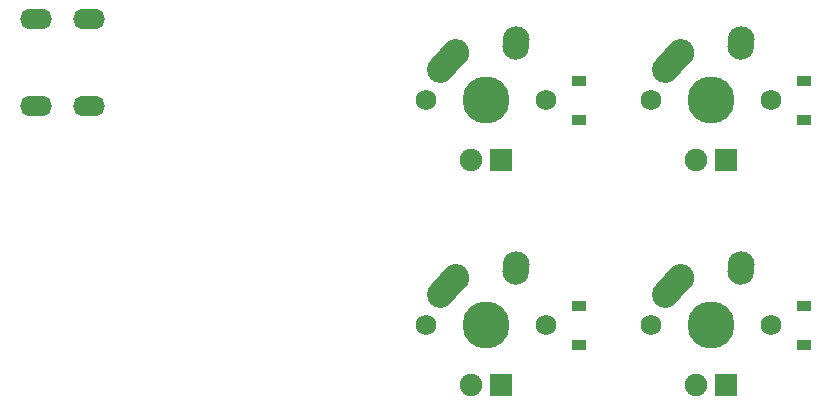
<source format=gbr>
%TF.GenerationSoftware,KiCad,Pcbnew,(6.0.5)*%
%TF.CreationDate,2022-12-18T12:47:56-06:00*%
%TF.ProjectId,ai03-pcb-tutorial,61693033-2d70-4636-922d-7475746f7269,rev?*%
%TF.SameCoordinates,Original*%
%TF.FileFunction,Soldermask,Bot*%
%TF.FilePolarity,Negative*%
%FSLAX46Y46*%
G04 Gerber Fmt 4.6, Leading zero omitted, Abs format (unit mm)*
G04 Created by KiCad (PCBNEW (6.0.5)) date 2022-12-18 12:47:56*
%MOMM*%
%LPD*%
G01*
G04 APERTURE LIST*
G04 Aperture macros list*
%AMHorizOval*
0 Thick line with rounded ends*
0 $1 width*
0 $2 $3 position (X,Y) of the first rounded end (center of the circle)*
0 $4 $5 position (X,Y) of the second rounded end (center of the circle)*
0 Add line between two ends*
20,1,$1,$2,$3,$4,$5,0*
0 Add two circle primitives to create the rounded ends*
1,1,$1,$2,$3*
1,1,$1,$4,$5*%
G04 Aperture macros list end*
%ADD10R,1.200000X0.900000*%
%ADD11HorizOval,2.250000X0.020000X0.290000X-0.020000X-0.290000X0*%
%ADD12C,2.250000*%
%ADD13HorizOval,2.250000X0.655001X0.730000X-0.655001X-0.730000X0*%
%ADD14C,3.987800*%
%ADD15C,1.905000*%
%ADD16R,1.905000X1.905000*%
%ADD17C,1.750000*%
%ADD18O,2.700000X1.700000*%
G04 APERTURE END LIST*
D10*
%TO.C,D2*%
X162718750Y-123887500D03*
X162718750Y-120587500D03*
%TD*%
%TO.C,D4*%
X162718750Y-142937500D03*
X162718750Y-139637500D03*
%TD*%
D11*
%TO.C,MX4*%
X157301250Y-136497500D03*
D12*
X157321250Y-136207500D03*
D13*
X151626251Y-138017500D03*
D14*
X154781250Y-141287500D03*
D12*
X152281250Y-137287500D03*
D15*
X153511250Y-146367500D03*
D16*
X156051250Y-146367500D03*
D17*
X149701250Y-141287500D03*
X159861250Y-141287500D03*
%TD*%
D11*
%TO.C,MX1*%
X138251250Y-117447500D03*
D12*
X138271250Y-117157500D03*
D13*
X132576251Y-118967500D03*
D14*
X135731250Y-122237500D03*
D12*
X133231250Y-118237500D03*
D15*
X134461250Y-127317500D03*
D16*
X137001250Y-127317500D03*
D17*
X130651250Y-122237500D03*
X140811250Y-122237500D03*
%TD*%
D18*
%TO.C,USB1*%
X102131250Y-115412500D03*
X102131250Y-122712500D03*
X97631250Y-122712500D03*
X97631250Y-115412500D03*
%TD*%
D11*
%TO.C,MX3*%
X138251250Y-136497500D03*
D12*
X138271250Y-136207500D03*
D13*
X132576251Y-138017500D03*
D14*
X135731250Y-141287500D03*
D12*
X133231250Y-137287500D03*
D15*
X134461250Y-146367500D03*
D16*
X137001250Y-146367500D03*
D17*
X130651250Y-141287500D03*
X140811250Y-141287500D03*
%TD*%
%TO.C,MX2*%
X159861250Y-122237500D03*
X149701250Y-122237500D03*
D16*
X156051250Y-127317500D03*
D15*
X153511250Y-127317500D03*
D12*
X152281250Y-118237500D03*
D14*
X154781250Y-122237500D03*
D13*
X151626251Y-118967500D03*
D12*
X157321250Y-117157500D03*
D11*
X157301250Y-117447500D03*
%TD*%
D10*
%TO.C,D3*%
X143668750Y-142937500D03*
X143668750Y-139637500D03*
%TD*%
%TO.C,D1*%
X143668750Y-123887500D03*
X143668750Y-120587500D03*
%TD*%
M02*

</source>
